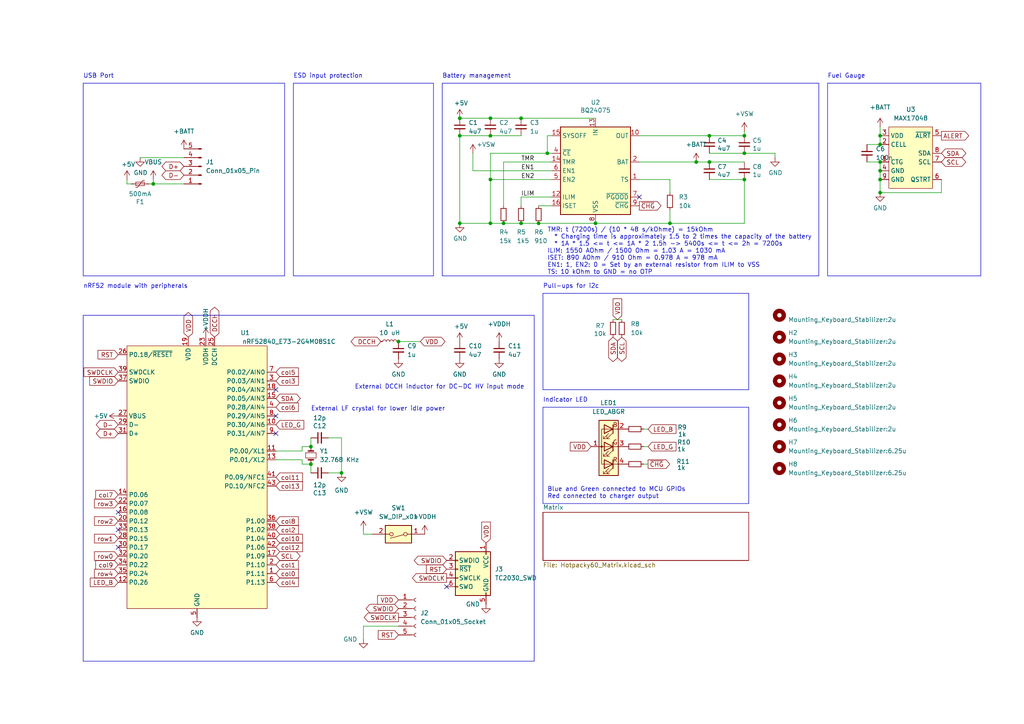
<source format=kicad_sch>
(kicad_sch (version 20250114) (generator "eeschema") (generator_version "9.0")
  (paper "A4")
  (lib_symbols
    (symbol "Battery_Management:BQ24075RGT"
      (property "Reference" "U" (at -8.89 13.97 0))
      (property "Value" "BQ24075RGT" (at 16.51 13.97 0))
      (symbol "BQ24075RGT_0_1"
        (rectangle (start -10.16 12.7) (end 10.16 -12.7) (stroke (width 0.254)) (fill (type background)))
      )
      (symbol "BQ24075RGT_1_1"
        (pin input line (at -12.7 10.16 0) (length 2.54) (name "SYSOFF") (number "15"))
        (pin input line (at -12.7 5.08 0) (length 2.54) (name "~{CE}") (number "4"))
        (pin input line (at -12.7 2.54 0) (length 2.54) (name "TMR") (number "14"))
        (pin input line (at -12.7 0 0) (length 2.54) (name "EN1") (number "6"))
        (pin input line (at -12.7 -2.54 0) (length 2.54) (name "EN2") (number "5"))
        (pin passive line (at -12.7 -7.62 0) (length 2.54) (name "ILIM") (number "12"))
        (pin passive line (at -12.7 -10.16 0) (length 2.54) (name "ISET") (number "16"))
        (pin power_in line (at 0 15.24 270) (length 2.54) (name "IN") (number "13"))
        (pin passive line (at 0 -15.24 90) (length 2.54) (hide yes) (name "VSS") (number "17"))
        (pin power_in line (at 0 -15.24 90) (length 2.54) (name "VSS") (number "8"))
        (pin power_out line (at 12.7 10.16 180) (length 2.54) (name "OUT") (number "10"))
        (pin passive line (at 12.7 10.16 180) (length 2.54) (hide yes) (name "OUT") (number "11"))
        (pin power_out line (at 12.7 2.54 180) (length 2.54) (name "BAT") (number "2"))
        (pin passive line (at 12.7 2.54 180) (length 2.54) (hide yes) (name "BAT") (number "3"))
        (pin passive line (at 12.7 -2.54 180) (length 2.54) (name "TS") (number "1"))
        (pin open_collector line (at 12.7 -7.62 180) (length 2.54) (name "~{PGOOD}") (number "7"))
        (pin open_collector line (at 12.7 -10.16 180) (length 2.54) (name "~{CHG}") (number "9"))
      )
    )
    (symbol "Connector:Conn_01x05_Pin" (pin_names (offset 1.016) (hide yes))
      (property "Reference" "J" (at 0 7.62 0))
      (property "Value" "Conn_01x05_Pin" (at 0 -7.62 0))
      (symbol "Conn_01x05_Pin_1_1"
        (rectangle (start 0.8636 5.207) (end 0 4.953) (stroke (width 0.1524)) (fill (type outline)))
        (rectangle (start 0.8636 2.667) (end 0 2.413) (stroke (width 0.1524)) (fill (type outline)))
        (rectangle (start 0.8636 0.127) (end 0 -0.127) (stroke (width 0.1524)) (fill (type outline)))
        (rectangle (start 0.8636 -2.413) (end 0 -2.667) (stroke (width 0.1524)) (fill (type outline)))
        (rectangle (start 0.8636 -4.953) (end 0 -5.207) (stroke (width 0.1524)) (fill (type outline)))
        (polyline (pts (xy 1.27 5.08) (xy 0.8636 5.08)) (stroke (width 0.1524)))
        (polyline (pts (xy 1.27 2.54) (xy 0.8636 2.54)) (stroke (width 0.1524)))
        (polyline (pts (xy 1.27 0) (xy 0.8636 0)) (stroke (width 0.1524)))
        (polyline (pts (xy 1.27 -2.54) (xy 0.8636 -2.54)) (stroke (width 0.1524)))
        (polyline (pts (xy 1.27 -5.08) (xy 0.8636 -5.08)) (stroke (width 0.1524)))
        (pin passive line (at 5.08 5.08 180) (length 3.81) (name "Pin_1") (number "1"))
        (pin passive line (at 5.08 2.54 180) (length 3.81) (name "Pin_2") (number "2"))
        (pin passive line (at 5.08 0 180) (length 3.81) (name "Pin_3") (number "3"))
        (pin passive line (at 5.08 -2.54 180) (length 3.81) (name "Pin_4") (number "4"))
        (pin passive line (at 5.08 -5.08 180) (length 3.81) (name "Pin_5") (number "5"))
      )
    )
    (symbol "Connector:Conn_01x05_Socket" (pin_names (offset 1.016) (hide yes))
      (property "Reference" "J" (at 0 7.62 0))
      (property "Value" "Conn_01x05_Socket" (at 0 -7.62 0))
      (symbol "Conn_01x05_Socket_1_1"
        (polyline (pts (xy -1.27 5.08) (xy -0.508 5.08)) (stroke (width 0.1524)))
        (polyline (pts (xy -1.27 2.54) (xy -0.508 2.54)) (stroke (width 0.1524)))
        (polyline (pts (xy -1.27 0) (xy -0.508 0)) (stroke (width 0.1524)))
        (polyline (pts (xy -1.27 -2.54) (xy -0.508 -2.54)) (stroke (width 0.1524)))
        (polyline (pts (xy -1.27 -5.08) (xy -0.508 -5.08)) (stroke (width 0.1524)))
        (arc (start 0 4.572) (mid -0.5058 5.08) (end 0 5.588) (stroke (width 0.1524)))
        (arc (start 0 2.032) (mid -0.5058 2.54) (end 0 3.048) (stroke (width 0.1524)))
        (arc (start 0 -0.508) (mid -0.5058 0) (end 0 0.508) (stroke (width 0.1524)))
        (arc (start 0 -3.048) (mid -0.5058 -2.54) (end 0 -2.032) (stroke (width 0.1524)))
        (arc (start 0 -5.588) (mid -0.5058 -5.08) (end 0 -4.572) (stroke (width 0.1524)))
        (pin passive line (at -5.08 5.08 0) (length 3.81) (name "Pin_1") (number "1"))
        (pin passive line (at -5.08 2.54 0) (length 3.81) (name "Pin_2") (number "2"))
        (pin passive line (at -5.08 0 0) (length 3.81) (name "Pin_3") (number "3"))
        (pin passive line (at -5.08 -2.54 0) (length 3.81) (name "Pin_4") (number "4"))
        (pin passive line (at -5.08 -5.08 0) (length 3.81) (name "Pin_5") (number "5"))
      )
    )
    (symbol "Device:C_Small" (pin_numbers (hide yes)) (pin_names (offset 0.254) (hide yes))
      (property "Reference" "C" (at 0.254 1.778 0))
      (property "Value" "C_Small" (at 0.254 -2.032 0))
      (symbol "C_Small_0_1"
        (polyline (pts (xy -1.524 0.508) (xy 1.524 0.508)) (stroke (width 0.3048)))
        (polyline (pts (xy -1.524 -0.508) (xy 1.524 -0.508)) (stroke (width 0.3302)))
      )
      (symbol "C_Small_1_1"
        (pin passive line (at 0 2.54 270) (length 2.032) (name "~") (number "1"))
        (pin passive line (at 0 -2.54 90) (length 2.032) (name "~") (number "2"))
      )
    )
    (symbol "Device:Crystal_Small" (pin_numbers (hide yes)) (pin_names (offset 1.016) (hide yes))
      (property "Reference" "Y" (at 0 2.54 0))
      (property "Value" "Crystal_Small" (at 0 -2.54 0))
      (symbol "Crystal_Small_0_1"
        (polyline (pts (xy -1.27 -0.762) (xy -1.27 0.762)) (stroke (width 0.381)))
        (rectangle (start -0.762 -1.524) (end 0.762 1.524))
        (polyline (pts (xy 1.27 -0.762) (xy 1.27 0.762)) (stroke (width 0.381)))
      )
      (symbol "Crystal_Small_1_1"
        (pin passive line (at -2.54 0 0) (length 1.27) (name "1") (number "1"))
        (pin passive line (at 2.54 0 180) (length 1.27) (name "2") (number "2"))
      )
    )
    (symbol "Device:LED_ABGR" (pin_names (offset 0) (hide yes))
      (property "Reference" "D" (at 0 9.398 0))
      (property "Value" "LED_ABGR" (at 0 -8.89 0))
      (symbol "LED_ABGR_0_0"
        (text "R" (at -1.905 3.81 0) (effects (font (size 1.27 1.27))))
        (text "G" (at -1.905 -1.27 0) (effects (font (size 1.27 1.27))))
        (text "B" (at -1.905 -6.35 0) (effects (font (size 1.27 1.27))))
      )
      (symbol "LED_ABGR_0_1"
        (polyline (pts (xy -1.27 6.35) (xy -1.27 3.81)) (stroke (width 0.254)))
        (polyline (pts (xy -1.27 6.35) (xy -1.27 3.81) (xy -1.27 3.81)))
        (polyline (pts (xy -1.27 5.08) (xy -2.54 5.08)))
        (polyline (pts (xy -1.27 5.08) (xy 1.27 5.08)))
        (polyline (pts (xy -1.27 1.27) (xy -1.27 -1.27)) (stroke (width 0.254)))
        (polyline (pts (xy -1.27 1.27) (xy -1.27 -1.27) (xy -1.27 -1.27)))
        (polyline (pts (xy -1.27 0) (xy -2.54 0)))
        (polyline (pts (xy -1.27 -3.81) (xy -1.27 -6.35)) (stroke (width 0.254)))
        (polyline (pts (xy -1.27 -5.08) (xy -2.54 -5.08)))
        (polyline (pts (xy -1.27 -5.08) (xy 1.27 -5.08)))
        (polyline (pts (xy -1.016 6.35) (xy 0.508 7.874) (xy -0.254 7.874) (xy 0.508 7.874) (xy 0.508 7.112)))
        (polyline (pts (xy -1.016 1.27) (xy 0.508 2.794) (xy -0.254 2.794) (xy 0.508 2.794) (xy 0.508 2.032)))
        (polyline (pts (xy -1.016 -3.81) (xy 0.508 -2.286) (xy -0.254 -2.286) (xy 0.508 -2.286) (xy 0.508 -3.048)))
        (polyline (pts (xy 0 6.35) (xy 1.524 7.874) (xy 0.762 7.874) (xy 1.524 7.874) (xy 1.524 7.112)))
        (polyline (pts (xy 0 1.27) (xy 1.524 2.794) (xy 0.762 2.794) (xy 1.524 2.794) (xy 1.524 2.032)))
        (polyline (pts (xy 0 -3.81) (xy 1.524 -2.286) (xy 0.762 -2.286) (xy 1.524 -2.286) (xy 1.524 -3.048)))
        (polyline (pts (xy 1.27 6.35) (xy 1.27 3.81) (xy -1.27 5.08) (xy 1.27 6.35)) (stroke (width 0.254)))
        (rectangle (start 1.27 6.35) (end 1.27 6.35))
        (rectangle (start 1.27 3.81) (end 1.27 6.35))
        (polyline (pts (xy 1.27 1.27) (xy 1.27 -1.27) (xy -1.27 0) (xy 1.27 1.27)) (stroke (width 0.254)))
        (rectangle (start 1.27 1.27) (end 1.27 1.27))
        (polyline (pts (xy 1.27 0) (xy -1.27 0)))
        (polyline (pts (xy 1.27 0) (xy 2.54 0)))
        (rectangle (start 1.27 -1.27) (end 1.27 1.27))
        (polyline (pts (xy 1.27 -3.81) (xy 1.27 -6.35) (xy -1.27 -5.08) (xy 1.27 -3.81)) (stroke (width 0.254)))
        (polyline (pts (xy 1.27 -5.08) (xy 2.032 -5.08) (xy 2.032 5.08) (xy 1.27 5.08)))
        (circle (center 2.032 0) (radius 0.254) (fill (type outline)))
        (rectangle (start 2.794 8.382) (end -2.794 -7.62) (stroke (width 0.254)) (fill (type background)))
      )
      (symbol "LED_ABGR_1_1"
        (pin passive line (at -5.08 5.08 0) (length 2.54) (name "RK") (number "4"))
        (pin passive line (at -5.08 0 0) (length 2.54) (name "GK") (number "3"))
        (pin passive line (at -5.08 -5.08 0) (length 2.54) (name "BK") (number "2"))
        (pin passive line (at 5.08 0 180) (length 2.54) (name "A") (number "1"))
      )
    )
    (symbol "Device:L_Small" (pin_numbers (hide yes)) (pin_names (offset 0.254) (hide yes))
      (property "Reference" "L" (at 0.762 1.016 0))
      (property "Value" "L_Small" (at 0.762 -1.016 0))
      (symbol "L_Small_0_1"
        (arc (start 0 2.032) (mid 0.5058 1.524) (end 0 1.016))
        (arc (start 0 1.016) (mid 0.5058 0.508) (end 0 0))
        (arc (start 0 0) (mid 0.5058 -0.508) (end 0 -1.016))
        (arc (start 0 -1.016) (mid 0.5058 -1.524) (end 0 -2.032))
      )
      (symbol "L_Small_1_1"
        (pin passive line (at 0 2.54 270) (length 0.508) (name "~") (number "1"))
        (pin passive line (at 0 -2.54 90) (length 0.508) (name "~") (number "2"))
      )
    )
    (symbol "Device:Polyfuse_Small" (pin_numbers (hide yes)) (pin_names (offset 0))
      (property "Reference" "F" (at -1.905 0 90))
      (property "Value" "Polyfuse_Small" (at 1.905 0 90))
      (symbol "Polyfuse_Small_0_1"
        (polyline (pts (xy -1.016 1.27) (xy -1.016 0.762) (xy 1.016 -0.762) (xy 1.016 -1.27)))
        (rectangle (start -0.508 1.27) (end 0.508 -1.27))
        (polyline (pts (xy 0 2.54) (xy 0 -2.54)))
      )
      (symbol "Polyfuse_Small_1_1"
        (pin passive line (at 0 2.54 270) (length 0.635) (name "~") (number "1"))
        (pin passive line (at 0 -2.54 90) (length 0.635) (name "~") (number "2"))
      )
    )
    (symbol "Device:R_Small" (pin_numbers (hide yes)) (pin_names (offset 0.254) (hide yes))
      (property "Reference" "R" (at 0.762 0.508 0))
      (property "Value" "R_Small" (at 0.762 -1.016 0))
      (symbol "R_Small_0_1"
        (rectangle (start -0.762 1.778) (end 0.762 -1.778) (stroke (width 0.2032)))
      )
      (symbol "R_Small_1_1"
        (pin passive line (at 0 2.54 270) (length 0.762) (name "~") (number "1"))
        (pin passive line (at 0 -2.54 90) (length 0.762) (name "~") (number "2"))
      )
    )
    (symbol "Mechanical:MountingHole" (pin_names (offset 1.016))
      (property "Reference" "H" (at 0 5.08 0))
      (property "Value" "MountingHole" (at 0 3.175 0))
      (symbol "MountingHole_0_1"
        (circle (center 0 0) (radius 1.27) (stroke (width 1.27)))
      )
    )
    (symbol "PCM_marbastlib-various:TC2030_SWD" (pin_names (offset 1.016))
      (property "Reference" "J" (at -3.81 -6.35 0))
      (property "Value" "TC2030_SWD" (at -10.16 8.89 0))
      (symbol "TC2030_SWD_0_1"
        (rectangle (start -3.81 7.62) (end 6.35 -5.08) (stroke (width 0.254)) (fill (type background)))
        (rectangle (start -3.048 4.953) (end -3.81 5.207))
        (rectangle (start -3.048 2.413) (end -3.81 2.667))
        (rectangle (start -3.048 -0.127) (end -3.81 0.127))
        (rectangle (start -3.048 -2.667) (end -3.81 -2.413))
        (rectangle (start 4.953 6.858) (end 5.207 7.62))
        (rectangle (start 4.953 -5.08) (end 5.207 -4.318))
      )
      (symbol "TC2030_SWD_1_1"
        (pin passive line (at -6.35 5.08 0) (length 2.54) (name "SWDIO") (number "2"))
        (pin passive line (at -6.35 2.54 0) (length 2.54) (name "~{RST}") (number "3"))
        (pin passive line (at -6.35 0 0) (length 2.54) (name "SWCLK") (number "4"))
        (pin passive line (at -6.35 -2.54 0) (length 2.54) (name "SWO") (number "6"))
        (pin passive line (at 5.08 10.16 270) (length 2.54) (name "VCC") (number "1"))
        (pin passive line (at 5.08 -7.62 90) (length 2.54) (name "GND") (number "5"))
      )
    )
    (symbol "PCM_marbastlib-various:nRF52840_E73-2G4M08S1C"
      (property "Reference" "U" (at 13.97 41.91 0))
      (property "Value" "nRF52840_E73-2G4M08S1C" (at 26.67 39.37 0))
      (symbol "nRF52840_E73-2G4M08S1C_0_0"
        (pin power_in line (at -22.86 30.48 0) (length 2.54) (name "SWDCLK") (number "39"))
        (pin bidirectional line (at -22.86 27.94 0) (length 2.54) (name "SWDIO") (number "37"))
        (pin input line (at -22.86 17.78 0) (length 2.54) (name "VBUS") (number "27"))
        (pin bidirectional line (at -22.86 15.24 0) (length 2.54) (name "D-") (number "29"))
        (pin bidirectional line (at -22.86 12.7 0) (length 2.54) (name "D+") (number "31"))
        (pin bidirectional line (at -22.86 -5.08 0) (length 2.54) (name "P0.06") (number "14"))
        (pin bidirectional line (at -22.86 -7.62 0) (length 2.54) (name "P0.07") (number "22"))
        (pin bidirectional line (at -22.86 -10.16 0) (length 2.54) (name "P0.08") (number "16"))
        (pin bidirectional line (at -22.86 -12.7 0) (length 2.54) (name "P0.12") (number "20"))
        (pin bidirectional line (at -22.86 -15.24 0) (length 2.54) (name "P0.13") (number "33"))
        (pin bidirectional line (at -22.86 -17.78 0) (length 2.54) (name "P0.15") (number "28"))
        (pin bidirectional line (at -22.86 -20.32 0) (length 2.54) (name "P0.17") (number "30"))
        (pin bidirectional line (at -22.86 -22.86 0) (length 2.54) (name "P0.20") (number "32"))
        (pin bidirectional line (at -22.86 -25.4 0) (length 2.54) (name "P0.22") (number "34"))
        (pin bidirectional line (at -22.86 -27.94 0) (length 2.54) (name "P0.24") (number "35"))
        (pin bidirectional line (at -22.86 -30.48 0) (length 2.54) (name "P0.26") (number "12"))
        (pin bidirectional line (at -2.54 40.64 270) (length 2.54) (name "VDD") (number "19"))
        (pin bidirectional line (at 2.54 40.64 270) (length 2.54) (name "VDDH") (number "23"))
        (pin bidirectional line (at 5.08 40.64 270) (length 2.54) (name "DCCH") (number "25"))
        (pin bidirectional line (at 22.86 30.48 180) (length 2.54) (name "P0.02/AIN0") (number "7"))
        (pin bidirectional line (at 22.86 27.94 180) (length 2.54) (name "P0.03/AIN1") (number "3"))
        (pin bidirectional line (at 22.86 25.4 180) (length 2.54) (name "P0.04/AIN2") (number "18"))
        (pin bidirectional line (at 22.86 22.86 180) (length 2.54) (name "P0.05/AIN3") (number "15"))
        (pin bidirectional line (at 22.86 20.32 180) (length 2.54) (name "P0.28/AIN4") (number "4"))
        (pin bidirectional line (at 22.86 17.78 180) (length 2.54) (name "P0.29/AIN5") (number "8"))
        (pin power_in line (at 22.86 15.24 180) (length 2.54) (name "P0.30/AIN6") (number "10"))
        (pin power_in line (at 22.86 12.7 180) (length 2.54) (name "P0.31/AIN7") (number "9"))
        (pin bidirectional line (at 22.86 7.62 180) (length 2.54) (name "P0.00/XL1") (number "11"))
        (pin bidirectional line (at 22.86 5.08 180) (length 2.54) (name "P0.01/XL2") (number "13"))
        (pin bidirectional line (at 22.86 0 180) (length 2.54) (name "P0.09/NFC1") (number "41"))
        (pin power_in line (at 22.86 -2.54 180) (length 2.54) (name "P0.10/NFC2") (number "43"))
        (pin bidirectional line (at 22.86 -12.7 180) (length 2.54) (name "P1.00") (number "36"))
        (pin bidirectional line (at 22.86 -15.24 180) (length 2.54) (name "P1.02") (number "38"))
        (pin bidirectional line (at 22.86 -17.78 180) (length 2.54) (name "P1.04") (number "40"))
        (pin power_in line (at 22.86 -20.32 180) (length 2.54) (name "P1.06") (number "42"))
        (pin bidirectional line (at 22.86 -22.86 180) (length 2.54) (name "P1.09") (number "17"))
        (pin bidirectional line (at 22.86 -25.4 180) (length 2.54) (name "P1.10") (number "2"))
        (pin bidirectional line (at 22.86 -27.94 180) (length 2.54) (name "P1.11") (number "1"))
        (pin bidirectional line (at 22.86 -30.48 180) (length 2.54) (name "P1.13") (number "6"))
      )
      (symbol "nRF52840_E73-2G4M08S1C_0_1"
        (rectangle (start -20.32 38.1) (end 20.32 -38.1) (stroke (width 0.1524)) (fill (type background)))
      )
      (symbol "nRF52840_E73-2G4M08S1C_1_0"
        (pin bidirectional line (at -22.86 35.56 0) (length 2.54) (name "P0.18/~{RESET}") (number "26"))
        (pin passive line (at 0 -40.64 90) (length 2.54) (hide yes) (name "GND") (number "21"))
        (pin passive line (at 0 -40.64 90) (length 2.54) (hide yes) (name "GND") (number "24"))
        (pin power_in line (at 0 -40.64 90) (length 2.54) (name "GND") (number "5"))
      )
    )
    (symbol "Switch:SW_DIP_x01" (pin_names (offset 0) (hide yes))
      (property "Reference" "SW" (at 0 3.81 0))
      (property "Value" "SW_DIP_x01" (at 0 -3.81 0))
      (symbol "SW_DIP_x01_0_0"
        (circle (center -2.032 0) (radius 0.508))
        (polyline (pts (xy -1.524 0.127) (xy 2.3622 1.1684)))
        (circle (center 2.032 0) (radius 0.508))
      )
      (symbol "SW_DIP_x01_0_1"
        (rectangle (start -3.81 2.54) (end 3.81 -2.54) (stroke (width 0.254)) (fill (type background)))
      )
      (symbol "SW_DIP_x01_1_1"
        (pin passive line (at -7.62 0 0) (length 5.08) (name "~") (number "1"))
        (pin passive line (at 7.62 0 180) (length 5.08) (name "~") (number "2"))
      )
    )
    (symbol "marbastlib-various:MAX17048"
      (property "Reference" "U" (at 0 10.16 0))
      (property "Value" "MAX17048" (at 0 -10.16 0))
      (symbol "MAX17048_0_0"
        (pin power_in line (at -8.89 6.35 0) (length 2.54) (name "VDD") (number "3"))
        (pin power_in line (at -8.89 3.81 0) (length 2.54) (name "CELL") (number "2"))
        (pin power_in line (at -8.89 -1.27 0) (length 2.54) (name "CTG") (number "1"))
        (pin power_in line (at -8.89 -3.81 0) (length 2.54) (name "GND") (number "4"))
        (pin power_in line (at -8.89 -6.35 0) (length 2.54) (name "GND") (number "9"))
        (pin open_collector line (at 8.89 6.35 180) (length 2.54) (name "~{ALRT}") (number "5"))
        (pin bidirectional line (at 8.89 1.27 180) (length 2.54) (name "SDA") (number "8"))
        (pin bidirectional line (at 8.89 -1.27 180) (length 2.54) (name "SCL") (number "7"))
        (pin input line (at 8.89 -6.35 180) (length 2.54) (name "QSTRT") (number "6"))
      )
      (symbol "MAX17048_0_1"
        (rectangle (start -6.35 8.89) (end 6.35 -8.89) (stroke (width 0.1524)) (fill (type background)))
      )
    )
    (symbol "power:+5V" (power) (pin_names (offset 0))
      (property "Value" "+5V" (at 0 3.556 0))
      (symbol "+5V_0_1"
        (polyline (pts (xy -0.762 1.27) (xy 0 2.54)))
        (polyline (pts (xy 0 2.54) (xy 0.762 1.27)))
        (polyline (pts (xy 0 0) (xy 0 2.54)))
      )
      (symbol "+5V_1_1"
        (pin power_in line (at 0 0 90) (length 0) (hide yes) (name "+5V") (number "1"))
      )
    )
    (symbol "power:+BATT" (power) (pin_names (offset 0))
      (property "Value" "+BATT" (at 0 3.556 0))
      (symbol "+BATT_0_1"
        (polyline (pts (xy -0.762 1.27) (xy 0 2.54)))
        (polyline (pts (xy 0 2.54) (xy 0.762 1.27)))
        (polyline (pts (xy 0 0) (xy 0 2.54)))
      )
      (symbol "+BATT_1_1"
        (pin power_in line (at 0 0 90) (length 0) (hide yes) (name "+BATT") (number "1"))
      )
    )
    (symbol "power:+VSW" (power) (pin_names (offset 0))
      (property "Value" "+VSW" (at 0 3.556 0))
      (symbol "+VSW_0_1"
        (polyline (pts (xy -0.762 1.27) (xy 0 2.54)))
        (polyline (pts (xy 0 2.54) (xy 0.762 1.27)))
        (polyline (pts (xy 0 0) (xy 0 2.54)))
      )
      (symbol "+VSW_1_1"
        (pin power_in line (at 0 0 90) (length 0) (hide yes) (name "+VSW") (number "1"))
      )
    )
    (symbol "power:GND" (power) (pin_names (offset 0))
      (property "Value" "GND" (at 0 -3.81 0))
      (symbol "GND_0_1"
        (polyline (pts (xy 0 0) (xy 0 -1.27) (xy 1.27 -1.27) (xy 0 -2.54) (xy -1.27 -1.27) (xy 0 -1.27)))
      )
      (symbol "GND_1_1"
        (pin power_in line (at 0 0 270) (length 0) (hide yes) (name "GND") (number "1"))
      )
    )
    (symbol "power:VBUS" (power) (pin_names (offset 0))
      (property "Value" "VBUS" (at 0 3.81 0))
      (symbol "VBUS_0_1"
        (polyline (pts (xy -0.762 1.27) (xy 0 2.54)))
        (polyline (pts (xy 0 2.54) (xy 0.762 1.27)))
        (polyline (pts (xy 0 0) (xy 0 2.54)))
      )
      (symbol "VBUS_1_1"
        (pin power_in line (at 0 0 90) (length 0) (hide yes) (name "VBUS") (number "1"))
      )
    )
  )
  (rectangle (start 85.09 24.13) (end 125.73 80.01))
  (rectangle (start 157.48 118.11) (end 217.17 146.05))
  (rectangle (start 157.48 85.09) (end 217.17 113.03))
  (rectangle (start 240.03 24.13) (end 284.48 80.01))
  (rectangle (start 24.13 91.44) (end 154.94 191.77))
  (rectangle (start 24.13 24.13) (end 82.55 80.01))
  (rectangle (start 128.27 24.13) (end 237.49 80.01))
  (text "Blue and Green connected to MCU GPIOs\nRed connected to charger output" (at 158.75 144.78 0) (effects (font (size 1.27 1.27)) (justify left bottom)))
  (text "Fuel Gauge" (at 240.03 22.86 0) (effects (font (size 1.27 1.27)) (justify left bottom)))
  (text "USB Port" (at 24.13 22.86 0) (effects (font (size 1.27 1.27)) (justify left bottom)))
  (text "TMR: t (7200s) / (10 * 48 s/kOhme) = 15kOhm\n  * Charging time is approximately 1.5 to 2 times the capacity of the battery\n  * 1A * 1.5 <= t <= 1A * 2 1.5h -> 5400s <= t <= 2h = 7200s\nILIM: 1550 AOhm / 1500 Ohm = 1.03 A = 1030 mA\nISET: 890 AOhm / 910 Ohm = 0.978 A = 978 mA\nEN1: 1, EN2: 0 = Set by an external resistor from ILIM to VSS\nTS: 10 kOhm to GND = no OTP" (at 158.75 79.756 0) (effects (font (size 1.27 1.27)) (justify left bottom)))
  (text "External DCCH inductor for DC-DC HV input mode" (at 102.87 113.03 0) (effects (font (size 1.27 1.27)) (justify left bottom)))
  (text "Indicator LED" (at 157.48 116.84 0) (effects (font (size 1.27 1.27)) (justify left bottom)))
  (text "External LF crystal for lower idle power" (at 90.17 119.38 0) (effects (font (size 1.27 1.27)) (justify left bottom)))
  (text "Pull-ups for i2c" (at 157.48 83.82 0) (effects (font (size 1.27 1.27)) (justify left bottom)))
  (text "ESD input protection" (at 85.09 22.86 0) (effects (font (size 1.27 1.27)) (justify left bottom)))
  (text "nRF52 module with peripherals" (at 24.13 83.82 0) (effects (font (size 1.27 1.27)) (justify left bottom)))
  (text "Battery management" (at 128.27 22.86 0) (effects (font (size 1.27 1.27)) (justify left bottom)))
  (junction (at 255.27 41.91))
  (junction (at 201.93 46.99))
  (junction (at 142.24 34.29))
  (junction (at 255.27 55.88))
  (junction (at 151.13 64.77) (diameter 0.9144))
  (junction (at 115.57 99.06))
  (junction (at 215.9 39.37))
  (junction (at 142.24 64.77) (diameter 0.9144))
  (junction (at 205.74 46.99) (diameter 0.9144))
  (junction (at 142.24 39.37))
  (junction (at 255.27 49.53))
  (junction (at 255.27 39.37))
  (junction (at 90.17 134.62))
  (junction (at 172.72 64.77) (diameter 0.9144))
  (junction (at 156.21 64.77) (diameter 0.9144))
  (junction (at 44.45 53.34))
  (junction (at 255.27 52.07))
  (junction (at 205.74 39.37) (diameter 0.9144))
  (junction (at 133.35 39.37))
  (junction (at 99.06 137.16))
  (junction (at 133.35 64.77) (diameter 0.9144))
  (junction (at 151.13 34.29))
  (junction (at 90.17 129.54))
  (junction (at 215.9 44.45) (diameter 0.9144))
  (junction (at 255.27 46.99))
  (junction (at 142.24 52.07) (diameter 0.9144))
  (junction (at 215.9 52.07) (diameter 0.9144))
  (junction (at 158.75 44.45))
  (junction (at 194.31 64.77))
  (junction (at 146.05 64.77) (diameter 0.9144))
  (junction (at 133.35 34.29))
  (no_connect (at 34.29 158.75))
  (no_connect (at 34.29 148.59))
  (no_connect (at 80.01 120.65))
  (no_connect (at 185.42 57.15))
  (no_connect (at 80.01 113.03))
  (no_connect (at 80.01 125.73))
  (no_connect (at 129.54 170.18))
  (no_connect (at 34.29 153.67))
  (wire (pts (xy 156.21 64.77) (xy 172.72 64.77)))
  (wire (pts (xy 205.74 39.37) (xy 215.9 39.37)))
  (wire (pts (xy 95.25 127) (xy 99.06 127)))
  (wire (pts (xy 215.9 38.1) (xy 215.9 39.37)))
  (wire (pts (xy 255.27 52.07) (xy 255.27 55.88)))
  (wire (pts (xy 251.46 46.99) (xy 255.27 46.99)))
  (wire (pts (xy 87.63 130.81) (xy 87.63 129.54)))
  (wire (pts (xy 255.27 36.83) (xy 255.27 39.37)))
  (wire (pts (xy 251.46 41.91) (xy 255.27 41.91)))
  (wire (pts (xy 224.79 45.72) (xy 224.79 44.45)))
  (wire (pts (xy 142.24 64.77) (xy 146.05 64.77)))
  (wire (pts (xy 146.05 46.99) (xy 160.02 46.99)))
  (wire (pts (xy 273.05 52.07) (xy 273.05 55.88)))
  (wire (pts (xy 142.24 34.29) (xy 151.13 34.29)))
  (wire (pts (xy 194.31 60.96) (xy 194.31 64.77)))
  (wire (pts (xy 151.13 57.15) (xy 160.02 57.15)))
  (wire (pts (xy 185.42 52.07) (xy 194.31 52.07)))
  (wire (pts (xy 53.34 53.34) (xy 44.45 53.34)))
  (wire (pts (xy 137.16 49.53) (xy 160.02 49.53)))
  (wire (pts (xy 146.05 46.99) (xy 146.05 59.69)))
  (wire (pts (xy 107.95 154.94) (xy 105.41 154.94)))
  (wire (pts (xy 115.57 181.61) (xy 105.41 181.61)))
  (wire (pts (xy 133.35 34.29) (xy 142.24 34.29)))
  (wire (pts (xy 205.74 52.07) (xy 215.9 52.07)))
  (wire (pts (xy 158.75 39.37) (xy 158.75 44.45)))
  (wire (pts (xy 201.93 46.99) (xy 205.74 46.99)))
  (wire (pts (xy 273.05 55.88) (xy 255.27 55.88)))
  (wire (pts (xy 133.35 64.77) (xy 133.35 39.37)))
  (wire (pts (xy 151.13 64.77) (xy 156.21 64.77)))
  (wire (pts (xy 158.75 39.37) (xy 160.02 39.37)))
  (wire (pts (xy 146.05 64.77) (xy 151.13 64.77)))
  (wire (pts (xy 142.24 44.45) (xy 158.75 44.45)))
  (wire (pts (xy 105.41 181.61) (xy 105.41 185.42)))
  (wire (pts (xy 99.06 127) (xy 99.06 137.16)))
  (wire (pts (xy 115.57 99.06) (xy 121.92 99.06)))
  (wire (pts (xy 133.35 64.77) (xy 142.24 64.77)))
  (wire (pts (xy 156.21 59.69) (xy 160.02 59.69)))
  (wire (pts (xy 95.25 137.16) (xy 99.06 137.16)))
  (wire (pts (xy 142.24 39.37) (xy 151.13 39.37)))
  (wire (pts (xy 185.42 46.99) (xy 201.93 46.99)))
  (wire (pts (xy 80.01 133.35) (xy 87.63 133.35)))
  (wire (pts (xy 255.27 49.53) (xy 255.27 52.07)))
  (wire (pts (xy 43.18 53.34) (xy 44.45 53.34)))
  (wire (pts (xy 80.01 130.81) (xy 87.63 130.81)))
  (wire (pts (xy 151.13 57.15) (xy 151.13 59.69)))
  (wire (pts (xy 142.24 52.07) (xy 160.02 52.07)))
  (wire (pts (xy 186.69 134.62) (xy 187.96 134.62)))
  (wire (pts (xy 205.74 44.45) (xy 215.9 44.45)))
  (wire (pts (xy 151.13 34.29) (xy 172.72 34.29)))
  (wire (pts (xy 137.16 49.53) (xy 137.16 44.45)))
  (wire (pts (xy 142.24 44.45) (xy 142.24 52.07)))
  (wire (pts (xy 224.79 44.45) (xy 215.9 44.45)))
  (wire (pts (xy 177.8 92.71) (xy 180.34 92.71)))
  (wire (pts (xy 142.24 52.07) (xy 142.24 64.77)))
  (wire (pts (xy 255.27 39.37) (xy 255.27 41.91)))
  (wire (pts (xy 172.72 64.77) (xy 194.31 64.77)))
  (wire (pts (xy 194.31 55.88) (xy 194.31 52.07)))
  (wire (pts (xy 44.45 52.07) (xy 44.45 53.34)))
  (wire (pts (xy 215.9 64.77) (xy 215.9 52.07)))
  (wire (pts (xy 186.69 124.46) (xy 187.96 124.46)))
  (wire (pts (xy 87.63 129.54) (xy 90.17 129.54)))
  (wire (pts (xy 186.69 129.54) (xy 187.96 129.54)))
  (wire (pts (xy 194.31 64.77) (xy 215.9 64.77)))
  (wire (pts (xy 255.27 46.99) (xy 255.27 49.53)))
  (wire (pts (xy 158.75 44.45) (xy 160.02 44.45)))
  (wire (pts (xy 36.83 53.34) (xy 38.1 53.34)))
  (wire (pts (xy 40.64 45.72) (xy 53.34 45.72)))
  (wire (pts (xy 87.63 133.35) (xy 87.63 134.62)))
  (wire (pts (xy 133.35 39.37) (xy 142.24 39.37)))
  (wire (pts (xy 185.42 39.37) (xy 205.74 39.37)))
  (wire (pts (xy 205.74 46.99) (xy 215.9 46.99)))
  (wire (pts (xy 90.17 134.62) (xy 90.17 137.16)))
  (wire (pts (xy 90.17 127) (xy 90.17 129.54)))
  (wire (pts (xy 105.41 154.94) (xy 105.41 153.67)))
  (wire (pts (xy 87.63 134.62) (xy 90.17 134.62)))
  (wire (pts (xy 36.83 52.07) (xy 36.83 53.34)))
  (label "ILIM" (at 151.13 57.15 0))
  (label "EN1" (at 151.13 49.53 0))
  (label "TMR" (at 151.13 46.99 0))
  (label "EN2" (at 151.13 52.07 0))
  (global_label "LED_G" (shape input) (at 80.01 123.19 0) (property "Intersheetrefs" "${INTERSHEET_REFS}" (effects (hide yes))))
  (global_label "VDD" (shape bidirectional) (at 121.92 99.06 0) (property "Intersheetrefs" "${INTERSHEET_REFS}" (effects (hide yes))))
  (global_label "col10" (shape input) (at 80.01 156.21 0) (property "Intersheetrefs" "${INTERSHEET_REFS}" (effects (hide yes))))
  (global_label "col8" (shape input) (at 80.01 151.13 0) (property "Intersheetrefs" "${INTERSHEET_REFS}" (effects (hide yes))))
  (global_label "col3" (shape input) (at 80.01 110.49 0) (property "Intersheetrefs" "${INTERSHEET_REFS}" (effects (hide yes))))
  (global_label "SDA" (shape bidirectional) (at 177.8 97.79 270) (property "Intersheetrefs" "${INTERSHEET_REFS}" (effects (hide yes))))
  (global_label "D+" (shape bidirectional) (at 34.29 125.73 180) (property "Intersheetrefs" "${INTERSHEET_REFS}" (effects (hide yes))))
  (global_label "VDD" (shape input) (at 140.97 157.48 90) (property "Intersheetrefs" "${INTERSHEET_REFS}" (effects (hide yes))))
  (global_label "VDD" (shape input) (at 115.57 173.99 180) (property "Intersheetrefs" "${INTERSHEET_REFS}" (effects (hide yes))))
  (global_label "SWDIO" (shape input) (at 34.29 110.49 180) (property "Intersheetrefs" "${INTERSHEET_REFS}" (effects (hide yes))))
  (global_label "col9" (shape input) (at 34.29 163.83 180) (property "Intersheetrefs" "${INTERSHEET_REFS}" (effects (hide yes))))
  (global_label "DCCH" (shape bidirectional) (at 62.23 97.79 90) (property "Intersheetrefs" "${INTERSHEET_REFS}" (effects (hide yes))))
  (global_label "RST" (shape input) (at 34.29 102.87 180) (property "Intersheetrefs" "${INTERSHEET_REFS}" (effects (hide yes))))
  (global_label "col0" (shape input) (at 80.01 166.37 0) (property "Intersheetrefs" "${INTERSHEET_REFS}" (effects (hide yes))))
  (global_label "col12" (shape input) (at 80.01 158.75 0) (property "Intersheetrefs" "${INTERSHEET_REFS}" (effects (hide yes))))
  (global_label "LED_B" (shape input) (at 34.29 168.91 180) (property "Intersheetrefs" "${INTERSHEET_REFS}" (effects (hide yes))))
  (global_label "SDA" (shape bidirectional) (at 273.05 44.45 0) (property "Intersheetrefs" "${INTERSHEET_REFS}" (effects (hide yes))))
  (global_label "col4" (shape input) (at 80.01 168.91 0) (property "Intersheetrefs" "${INTERSHEET_REFS}" (effects (hide yes))))
  (global_label "SCL" (shape bidirectional) (at 80.01 161.29 0) (property "Intersheetrefs" "${INTERSHEET_REFS}" (effects (hide yes))))
  (global_label "SWDCLK" (shape output) (at 115.57 179.07 180) (property "Intersheetrefs" "${INTERSHEET_REFS}" (effects (hide yes))))
  (global_label "~{CHG}" (shape output) (at 185.42 59.69 0) (property "Intersheetrefs" "${INTERSHEET_REFS}" (effects (hide yes))))
  (global_label "col13" (shape input) (at 80.01 140.97 0) (property "Intersheetrefs" "${INTERSHEET_REFS}" (effects (hide yes))))
  (global_label "row1" (shape input) (at 34.29 156.21 180) (property "Intersheetrefs" "${INTERSHEET_REFS}" (effects (hide yes))))
  (global_label "row0" (shape input) (at 34.29 161.29 180) (property "Intersheetrefs" "${INTERSHEET_REFS}" (effects (hide yes))))
  (global_label "RST" (shape input) (at 115.57 184.15 180) (property "Intersheetrefs" "${INTERSHEET_REFS}" (effects (hide yes))))
  (global_label "VDD" (shape input) (at 171.45 129.54 180) (property "Intersheetrefs" "${INTERSHEET_REFS}" (effects (hide yes))))
  (global_label "~{CHG}" (shape output) (at 187.96 134.62 0) (property "Intersheetrefs" "${INTERSHEET_REFS}" (effects (hide yes))))
  (global_label "VDD" (shape bidirectional) (at 54.61 97.79 90) (property "Intersheetrefs" "${INTERSHEET_REFS}" (effects (hide yes))))
  (global_label "SWDIO" (shape bidirectional) (at 129.54 162.56 180) (property "Intersheetrefs" "${INTERSHEET_REFS}" (effects (hide yes))))
  (global_label "col1" (shape input) (at 80.01 163.83 0) (property "Intersheetrefs" "${INTERSHEET_REFS}" (effects (hide yes))))
  (global_label "D+" (shape bidirectional) (at 53.34 48.26 180) (property "Intersheetrefs" "${INTERSHEET_REFS}" (effects (hide yes))))
  (global_label "row3" (shape input) (at 34.29 146.05 180) (property "Intersheetrefs" "${INTERSHEET_REFS}" (effects (hide yes))))
  (global_label "DCCH" (shape bidirectional) (at 110.49 99.06 180) (property "Intersheetrefs" "${INTERSHEET_REFS}" (effects (hide yes))))
  (global_label "LED_G" (shape input) (at 187.96 129.54 0) (property "Intersheetrefs" "${INTERSHEET_REFS}" (effects (hide yes))))
  (global_label "D-" (shape bidirectional) (at 53.34 50.8 180) (property "Intersheetrefs" "${INTERSHEET_REFS}" (effects (hide yes))))
  (global_label "col5" (shape input) (at 80.01 107.95 0) (property "Intersheetrefs" "${INTERSHEET_REFS}" (effects (hide yes))))
  (global_label "SWDIO" (shape bidirectional) (at 115.57 176.53 180) (property "Intersheetrefs" "${INTERSHEET_REFS}" (effects (hide yes))))
  (global_label "ALERT" (shape output) (at 273.05 39.37 0) (property "Intersheetrefs" "${INTERSHEET_REFS}" (effects (hide yes))))
  (global_label "LED_B" (shape input) (at 187.96 124.46 0) (property "Intersheetrefs" "${INTERSHEET_REFS}" (effects (hide yes))))
  (global_label "row2" (shape input) (at 34.29 151.13 180) (property "Intersheetrefs" "${INTERSHEET_REFS}" (effects (hide yes))))
  (global_label "D-" (shape bidirectional) (at 34.29 123.19 180) (property "Intersheetrefs" "${INTERSHEET_REFS}" (effects (hide yes))))
  (global_label "col11" (shape input) (at 80.01 138.43 0) (property "Intersheetrefs" "${INTERSHEET_REFS}" (effects (hide yes))))
  (global_label "SCL" (shape bidirectional) (at 180.34 97.79 270) (property "Intersheetrefs" "${INTERSHEET_REFS}" (effects (hide yes))))
  (global_label "SCL" (shape bidirectional) (at 273.05 46.99 0) (property "Intersheetrefs" "${INTERSHEET_REFS}" (effects (hide yes))))
  (global_label "row4" (shape input) (at 34.29 166.37 180) (property "Intersheetrefs" "${INTERSHEET_REFS}" (effects (hide yes))))
  (global_label "VDD" (shape input) (at 179.07 92.71 90) (property "Intersheetrefs" "${INTERSHEET_REFS}" (effects (hide yes))))
  (global_label "SDA" (shape bidirectional) (at 80.01 115.57 0) (property "Intersheetrefs" "${INTERSHEET_REFS}" (effects (hide yes))))
  (global_label "col7" (shape input) (at 34.29 143.51 180) (property "Intersheetrefs" "${INTERSHEET_REFS}" (effects (hide yes))))
  (global_label "col6" (shape input) (at 80.01 118.11 0) (property "Intersheetrefs" "${INTERSHEET_REFS}" (effects (hide yes))))
  (global_label "RST" (shape input) (at 129.54 165.1 180) (property "Intersheetrefs" "${INTERSHEET_REFS}" (effects (hide yes))))
  (global_label "SWDCLK" (shape input) (at 34.29 107.95 180) (property "Intersheetrefs" "${INTERSHEET_REFS}" (effects (hide yes))))
  (global_label "SWDCLK" (shape output) (at 129.54 167.64 180) (property "Intersheetrefs" "${INTERSHEET_REFS}" (effects (hide yes))))
  (global_label "col2" (shape input) (at 80.01 153.67 0) (property "Intersheetrefs" "${INTERSHEET_REFS}" (effects (hide yes))))
  (symbol (lib_id "power:GND") (at 140.97 175.26 0) (unit 1)
    (property "Reference" "#PWR021" (effects (hide yes)))
    (property "Value" "GND" (at 137.16 175.26 0))
  )
  (symbol (lib_id "Device:C_Small") (at 205.74 41.91 0) (unit 1)
    (property "Reference" "C4" (at 208.0768 40.7416 0) (effects (justify left)))
    (property "Value" "4u7" (at 208.0768 43.053 0) (effects (justify left)))
    (property "Footprint" "Capacitor_SMD:C_0402_1005Metric" (effects (hide yes)))
    (property "LCSC" "C23733" (effects (hide yes)))
    (property "Notes" "X7R, 10%" (effects (hide yes)))
  )
  (symbol (lib_id "power:+5V") (at 133.35 34.29 0) (unit 1)
    (property "Reference" "#PWR014" (effects (hide yes)))
    (property "Value" "+5V" (at 133.731 29.8958 0))
  )
  (symbol (lib_id "Device:C_Small") (at 133.35 101.6 0) (unit 1)
    (property "Reference" "C10" (at 135.89 100.3362 0) (effects (justify left)))
    (property "Value" "4u7" (at 135.89 102.8762 0) (effects (justify left)))
    (property "Footprint" "Capacitor_SMD:C_0402_1005Metric" (effects (hide yes)))
    (property "Notes" "X7R, 10%" (effects (hide yes)))
    (property "LCSC" "C23733" (effects (hide yes)))
  )
  (symbol (lib_id "Device:R_Small") (at 156.21 62.23 0) (unit 1)
    (property "Reference" "R6" (at 154.94 67.31 0) (effects (justify left)))
    (property "Value" "910" (at 154.94 69.85 0) (effects (justify left)))
    (property "Footprint" "Resistor_SMD:R_0402_1005Metric" (effects (hide yes)))
    (property "LCSC" "C44933" (effects (hide yes)))
  )
  (symbol (lib_id "power:GND") (at 115.57 104.14 0) (unit 1)
    (property "Reference" "#PWR013" (effects (hide yes)))
    (property "Value" "GND" (at 115.57 108.585 0))
  )
  (symbol (lib_id "power:GND") (at 105.41 185.42 0) (unit 1)
    (property "Reference" "#PWR019" (effects (hide yes)))
    (property "Value" "GND" (at 101.6 185.42 0))
  )
  (symbol (lib_id "Device:R_Small") (at 151.13 62.23 0) (unit 1)
    (property "Reference" "R5" (at 149.86 67.31 0) (effects (justify left)))
    (property "Value" "1k5" (at 149.86 69.85 0) (effects (justify left)))
    (property "Footprint" "Resistor_SMD:R_0402_1005Metric" (effects (hide yes)))
    (property "LCSC" "C25867" (effects (hide yes)))
  )
  (symbol (lib_id "Mechanical:MountingHole") (at 226.06 91.44 0) (unit 1) (in_bom no)
    (property "Reference" "H1" (effects (hide yes)))
    (property "Value" "Mounting_Keyboard_Stabilizer:2u" (at 228.6 92.7099 0) (effects (justify left)))
    (property "Footprint" "Mounting_Keyboard_Stabilizer:Stabilizer_Cherry_MX_2u" (effects (hide yes)))
  )
  (symbol (lib_id "Device:R_Small") (at 180.34 95.25 0) (unit 1)
    (property "Reference" "R8" (at 182.88 93.9799 0) (effects (justify left)))
    (property "Value" "10k" (at 182.88 96.5199 0) (effects (justify left)))
    (property "Footprint" "Resistor_SMD:R_0402_1005Metric" (effects (hide yes)))
    (property "LCSC" "C25744" (effects (hide yes)))
  )
  (symbol (lib_id "Battery_Management:BQ24075RGT") (at 172.72 49.53 0) (unit 1)
    (property "Reference" "U2" (at 172.72 29.6926 0))
    (property "Value" "BQ24075" (at 172.72 32.004 0))
    (property "Footprint" "Package_DFN_QFN:VQFN-16-1EP_3x3mm_P0.5mm_EP1.6x1.6mm" (effects (hide yes)))
    (property "Datasheet" "http://www.ti.com/lit/ds/symlink/bq24075.pdf" (effects (hide yes)))
    (property "LCSC" "C15464" (effects (hide yes)))
  )
  (symbol (lib_id "Device:C_Small") (at 215.9 49.53 0) (unit 1)
    (property "Reference" "C8" (at 218.2368 48.3616 0) (effects (justify left)))
    (property "Value" "1u" (at 218.2368 50.673 0) (effects (justify left)))
    (property "Footprint" "Capacitor_SMD:C_0402_1005Metric" (effects (hide yes)))
    (property "LCSC" "C52923" (effects (hide yes)))
    (property "Notes" "X7R, 10%" (effects (hide yes)))
  )
  (symbol (lib_id "power:+BATT") (at 255.27 36.83 0) (unit 1)
    (property "Reference" "#PWR028" (effects (hide yes)))
    (property "Value" "+BATT" (at 255.27 31.115 0))
  )
  (symbol (lib_id "Device:R_Small") (at 184.15 134.62 90) (unit 1)
    (property "Reference" "R11" (at 198.12 133.858 90))
    (property "Value" "1k" (at 197.612 135.636 90))
    (property "Footprint" "Resistor_SMD:R_0402_1005Metric" (effects (hide yes)))
    (property "LCSC" "C11702" (effects (hide yes)))
  )
  (symbol (lib_id "Mechanical:MountingHole") (at 226.06 110.49 0) (unit 1) (in_bom no)
    (property "Reference" "H4" (at 228.6 109.2199 0) (effects (justify left)))
    (property "Value" "Mounting_Keyboard_Stabilizer:2u" (at 228.6 111.7599 0) (effects (justify left)))
    (property "Footprint" "Mounting_Keyboard_Stabilizer:Stabilizer_Cherry_MX_2u" (effects (hide yes)))
  )
  (symbol (lib_id "power:GND") (at 224.79 45.72 0) (unit 1)
    (property "Reference" "#PWR027" (effects (hide yes)))
    (property "Value" "GND" (at 224.917 50.1142 0))
  )
  (symbol (lib_id "Device:C_Small") (at 251.46 44.45 0) (unit 1)
    (property "Reference" "C6" (at 254 43.1862 0) (effects (justify left)))
    (property "Value" "100n" (at 254 45.7262 0) (effects (justify left)))
    (property "Footprint" "Capacitor_SMD:C_0402_1005Metric" (effects (hide yes)))
    (property "LCSC" "C307331" (effects (hide yes)))
  )
  (symbol (lib_id "power:+VSW") (at 123.19 154.94 0) (unit 1)
    (property "Reference" "#PWR033" (effects (hide yes)))
    (property "Value" "+VDDH" (at 123.19 149.86 0))
  )
  (symbol (lib_id "power:+BATT") (at 201.93 46.99 0) (unit 1)
    (property "Reference" "#PWR025" (effects (hide yes)))
    (property "Value" "+BATT" (at 201.93 41.91 0))
  )
  (symbol (lib_id "power:GND") (at 255.27 55.88 0) (unit 1)
    (property "Reference" "#PWR029" (effects (hide yes)))
    (property "Value" "GND" (at 255.27 60.325 0))
  )
  (symbol (lib_id "Connector:Conn_01x05_Socket") (at 120.65 179.07 0) (unit 1)
    (property "Reference" "J2" (at 121.92 177.7999 0) (effects (justify left)))
    (property "Value" "Conn_01x05_Socket" (at 121.92 180.3399 0) (effects (justify left)))
    (property "Footprint" "Connector_PinSocket_2.54mm:PinSocket_1x05_P2.54mm_Vertical" (effects (hide yes)))
    (property "Description" "Generic connector, single row, 01x05, script generated" (effects (hide yes)))
  )
  (symbol (lib_id "power:GND") (at 133.35 104.14 0) (unit 1)
    (property "Reference" "#PWR017" (effects (hide yes)))
    (property "Value" "GND" (at 133.35 108.585 0))
  )
  (symbol (lib_id "power:+VSW") (at 215.9 38.1 0) (unit 1)
    (property "Reference" "#PWR026" (effects (hide yes)))
    (property "Value" "+VSW" (at 215.9 33.02 0))
  )
  (symbol (lib_id "Device:L_Small") (at 113.03 99.06 90) (unit 1)
    (property "Reference" "L1" (at 113.03 93.98 90))
    (property "Value" "10 uH" (at 113.03 96.52 90))
    (property "Footprint" "Inductor_SMD:L_0603_1608Metric" (effects (hide yes)))
    (property "Notes" "80 mA, 20%" (effects (hide yes)))
    (property "LCSC" "C92982" (effects (hide yes)))
  )
  (symbol (lib_id "PCM_marbastlib-various:nRF52840_E73-2G4M08S1C") (at 57.15 138.43 0) (unit 1)
    (property "Reference" "U1" (at 71.12 96.52 0))
    (property "Value" "nRF52840_E73-2G4M08S1C" (at 83.82 99.06 0))
    (property "Footprint" "PCM_marbastlib-various:nRF52840_E73-2G4M08S1C" (effects (hide yes)))
    (property "Datasheet" "https://www.ebyte.com/en/downpdf.aspx?id=445" (effects (hide yes)))
    (property "LCSC" "C356849" (effects (hide yes)))
  )
  (symbol (lib_id "power:+VSW") (at 105.41 153.67 0) (unit 1)
    (property "Reference" "#PWR032" (effects (hide yes)))
    (property "Value" "+VSW" (at 105.41 148.59 0))
  )
  (symbol (lib_id "Device:R_Small") (at 146.05 62.23 0) (unit 1)
    (property "Reference" "R4" (at 144.78 67.31 0) (effects (justify left)))
    (property "Value" "15k" (at 144.78 69.85 0) (effects (justify left)))
    (property "Footprint" "Resistor_SMD:R_0402_1005Metric" (effects (hide yes)))
    (property "LCSC" "C25792" (effects (hide yes)))
  )
  (symbol (lib_id "power:VBUS") (at 44.45 52.07 0) (unit 1)
    (property "Reference" "#PWR01" (effects (hide yes)))
    (property "Value" "VBUS" (at 44.45 46.99 0))
  )
  (symbol (lib_id "Device:C_Small") (at 92.71 137.16 90) (unit 1)
    (property "Reference" "C13" (at 92.71 142.9766 90))
    (property "Value" "12p" (at 92.71 140.6652 90))
    (property "Footprint" "Capacitor_SMD:C_0402_1005Metric" (effects (hide yes)))
    (property "Notes" "NP0, 2%" (effects (hide yes)))
    (property "LCSC" "C1547" (effects (hide yes)))
  )
  (symbol (lib_id "Device:Crystal_Small") (at 90.17 132.08 90) (unit 1)
    (property "Reference" "Y1" (at 92.71 130.81 90) (effects (justify right)))
    (property "Value" "32.768 KHz" (at 92.71 133.35 90) (effects (justify right)))
    (property "Footprint" "Crystal:Crystal_SMD_2012-2Pin_2.0x1.2mm" (effects (hide yes)))
    (property "Datasheet" "https://datasheet.lcsc.com/szlcsc/KDS-Daishinku-KDS-32-768KHz-12-5PF-20ppm_C93231.pdf" (effects (hide yes)))
    (property "LCSC" "C55208" (effects (hide yes)))
  )
  (symbol (lib_id "Mechanical:MountingHole") (at 226.06 97.79 0) (unit 1) (in_bom no)
    (property "Reference" "H2" (at 228.6 96.5199 0) (effects (justify left)))
    (property "Value" "Mounting_Keyboard_Stabilizer:2u" (at 228.6 99.0599 0) (effects (justify left)))
    (property "Footprint" "Mounting_Keyboard_Stabilizer:Stabilizer_Cherry_MX_2u" (effects (hide yes)))
  )
  (symbol (lib_id "power:+VSW") (at 137.16 44.45 0) (unit 1)
    (property "Reference" "#PWR020" (effects (hide yes)))
    (property "Value" "+VSW" (at 140.97 41.91 0))
  )
  (symbol (lib_id "Device:C_Small") (at 142.24 36.83 0) (unit 1)
    (property "Reference" "C2" (at 144.78 35.5662 0) (effects (justify left)))
    (property "Value" "4u7" (at 144.78 38.1062 0) (effects (justify left)))
    (property "Footprint" "Capacitor_SMD:C_0402_1005Metric" (effects (hide yes)))
    (property "LCSC" "C23733" (effects (hide yes)))
    (property "Notes" "X7R, 10%" (effects (hide yes)))
  )
  (symbol (lib_id "power:+VSW") (at 144.78 99.06 0) (unit 1)
    (property "Reference" "#PWR031" (effects (hide yes)))
    (property "Value" "+VDDH" (at 144.78 93.98 0))
  )
  (symbol (lib_id "Device:Polyfuse_Small") (at 40.64 53.34 90) (unit 1)
    (property "Reference" "F1" (at 40.64 58.547 90))
    (property "Value" "500mA" (at 40.64 56.2356 90))
    (property "Footprint" "Fuse:Fuse_0603_1608Metric" (effects (hide yes)))
    (property "LCSC" "C883095" (effects (hide yes)))
  )
  (symbol (lib_id "Device:C_Small") (at 92.71 127 90) (unit 1)
    (property "Reference" "C12" (at 92.71 123.5202 90))
    (property "Value" "12p" (at 92.71 121.2088 90))
    (property "Footprint" "Capacitor_SMD:C_0402_1005Metric" (effects (hide yes)))
    (property "Notes" "NP0, 2%" (effects (hide yes)))
    (property "LCSC" "C1547" (effects (hide yes)))
  )
  (symbol (lib_id "power:+BATT") (at 53.34 43.18 0) (unit 1)
    (property "Reference" "#PWR030" (effects (hide yes)))
    (property "Value" "+BATT" (at 53.34 38.1 0))
  )
  (symbol (lib_id "power:+5V") (at 34.29 120.65 90) (unit 1)
    (property "Reference" "#PWR02" (effects (hide yes)))
    (property "Value" "+5V" (at 29.21 120.65 90))
  )
  (symbol (lib_id "Mechanical:MountingHole") (at 226.06 104.14 0) (unit 1) (in_bom no)
    (property "Reference" "H3" (at 228.6 102.8699 0) (effects (justify left)))
    (property "Value" "Mounting_Keyboard_Stabilizer:2u" (at 228.6 105.4099 0) (effects (justify left)))
    (property "Footprint" "Mounting_Keyboard_Stabilizer:Stabilizer_Cherry_MX_2u" (effects (hide yes)))
  )
  (symbol (lib_id "Mechanical:MountingHole") (at 226.06 116.84 0) (unit 1) (in_bom no)
    (property "Reference" "H5" (at 228.6 115.5699 0) (effects (justify left)))
    (property "Value" "Mounting_Keyboard_Stabilizer:2u" (at 228.6 118.1099 0) (effects (justify left)))
    (property "Footprint" "Mounting_Keyboard_Stabilizer:Stabilizer_Cherry_MX_2u" (effects (hide yes)))
  )
  (symbol (lib_id "power:+5V") (at 36.83 52.07 0) (unit 1)
    (property "Reference" "#PWR04" (effects (hide yes)))
    (property "Value" "+5V" (at 37.211 47.6758 0))
  )
  (symbol (lib_id "Mechanical:MountingHole") (at 226.06 123.19 0) (unit 1) (in_bom no)
    (property "Reference" "H6" (at 228.6 121.9199 0) (effects (justify left)))
    (property "Value" "Mounting_Keyboard_Stabilizer:2u" (at 228.6 124.4599 0) (effects (justify left)))
    (property "Footprint" "Mounting_Keyboard_Stabilizer:Stabilizer_Cherry_MX_2u" (effects (hide yes)))
  )
  (symbol (lib_id "power:+5V") (at 133.35 99.06 0) (unit 1)
    (property "Reference" "#PWR016" (effects (hide yes)))
    (property "Value" "+5V" (at 133.731 94.6658 0))
  )
  (symbol (lib_id "Device:C_Small") (at 115.57 101.6 0) (unit 1)
    (property "Reference" "C9" (at 118.11 100.3362 0) (effects (justify left)))
    (property "Value" "1u" (at 118.11 102.8762 0) (effects (justify left)))
    (property "Footprint" "Capacitor_SMD:C_0402_1005Metric" (effects (hide yes)))
    (property "Notes" "X7R, 10%" (effects (hide yes)))
    (property "LCSC" "C52923" (effects (hide yes)))
  )
  (symbol (lib_id "power:+VSW") (at 59.69 97.79 0) (unit 1)
    (property "Reference" "#PWR034" (effects (hide yes)))
    (property "Value" "+VDDH" (at 59.69 92.71 90))
  )
  (symbol (lib_id "Mechanical:MountingHole") (at 226.06 129.54 0) (unit 1) (in_bom no)
    (property "Reference" "H7" (at 228.6 128.2699 0) (effects (justify left)))
    (property "Value" "Mounting_Keyboard_Stabilizer:6.25u" (at 228.6 130.8099 0) (effects (justify left)))
    (property "Footprint" "Mounting_Keyboard_Stabilizer:Stabilizer_Cherry_MX_6.25u" (effects (hide yes)))
  )
  (symbol (lib_id "Switch:SW_DIP_x01") (at 115.57 154.94 180) (unit 1)
    (property "Reference" "SW1" (at 115.57 147.32 0))
    (property "Value" "SW_DIP_x01" (at 115.57 149.86 0))
    (property "Footprint" "hotp4ck:SW_DIP_HOTP4CK" (effects (hide yes)))
    (property "Description" "1x DIP Switch, Single Pole Single Throw (SPST) switch, small symbol" (effects (hide yes)))
  )
  (symbol (lib_id "Device:R_Small") (at 184.15 124.46 90) (unit 1)
    (property "Reference" "R9" (at 197.866 123.952 90))
    (property "Value" "1k" (at 197.866 125.984 90))
    (property "Footprint" "Resistor_SMD:R_0402_1005Metric" (effects (hide yes)))
    (property "LCSC" "C11702" (effects (hide yes)))
  )
  (symbol (lib_id "marbastlib-various:MAX17048") (at 264.16 45.72 0) (unit 1)
    (property "Reference" "U3" (at 264.16 31.75 0))
    (property "Value" "MAX17048" (at 264.16 34.29 0))
    (property "Footprint" "Package_DFN_QFN:DFN-8-1EP_2x2mm_P0.5mm_EP0.6x1.2mm" (effects (hide yes)))
    (property "Datasheet" "https://datasheets.maximintegrated.com/en/ds/MAX17048-MAX17049.pdf" (effects (hide yes)))
    (property "LCSC" "C2682616" (effects (hide yes)))
  )
  (symbol (lib_id "PCM_marbastlib-various:TC2030_SWD") (at 135.89 167.64 0) (unit 1)
    (property "Reference" "J3" (at 143.51 165.0999 0) (effects (justify left)))
    (property "Value" "TC2030_SWD" (at 143.51 167.6399 0) (effects (justify left)))
    (property "Footprint" "PCM_marbastlib-various:CON_TC2030_outlined" (effects (hide yes)))
    (property "Description" "6-pin TC2030 connector for SWD programming" (effects (hide yes)))
  )
  (symbol (lib_id "Mechanical:MountingHole") (at 226.06 135.89 0) (unit 1) (in_bom no)
    (property "Reference" "H8" (at 228.6 134.6199 0) (effects (justify left)))
    (property "Value" "Mounting_Keyboard_Stabilizer:6.25u" (at 228.6 137.1599 0) (effects (justify left)))
    (property "Footprint" "hotp4ck:Neo60" (effects (hide yes)))
  )
  (symbol (lib_id "Device:R_Small") (at 184.15 129.54 90) (unit 1)
    (property "Reference" "R10" (at 198.374 128.27 90))
    (property "Value" "1k" (at 197.612 130.302 90))
    (property "Footprint" "Resistor_SMD:R_0402_1005Metric" (effects (hide yes)))
    (property "LCSC" "C11702" (effects (hide yes)))
  )
  (symbol (lib_id "Device:C_Small") (at 151.13 36.83 0) (unit 1)
    (property "Reference" "C3" (at 153.67 35.5662 0) (effects (justify left)))
    (property "Value" "1u" (at 153.67 38.1062 0) (effects (justify left)))
    (property "Footprint" "Capacitor_SMD:C_0402_1005Metric" (effects (hide yes)))
    (property "LCSC" "C52923" (effects (hide yes)))
    (property "Notes" "X7R, 10%" (effects (hide yes)))
  )
  (symbol (lib_id "Device:R_Small") (at 177.8 95.25 0) (unit 1)
    (property "Reference" "R7" (at 172.72 94.488 0) (effects (justify left)))
    (property "Value" "10k" (at 172.212 96.774 0) (effects (justify left)))
    (property "Footprint" "Resistor_SMD:R_0402_1005Metric" (effects (hide yes)))
    (property "LCSC" "C25744" (effects (hide yes)))
  )
  (symbol (lib_id "power:GND") (at 133.35 64.77 0) (unit 1)
    (property "Reference" "#PWR015" (effects (hide yes)))
    (property "Value" "GND" (at 133.477 69.1642 0))
  )
  (symbol (lib_id "Device:LED_ABGR") (at 176.53 129.54 180) (unit 1)
    (property "Reference" "LED1" (at 176.53 116.84 0))
    (property "Value" "LED_ABGR" (at 176.53 119.38 0))
    (property "Footprint" "PCM_marbastlib-various:LED_1206R" (effects (hide yes)))
    (property "Description" "RGB LED, anode/blue/green/red" (effects (hide yes)))
  )
  (symbol (lib_id "power:GND") (at 99.06 137.16 0) (unit 1)
    (property "Reference" "#PWR010" (effects (hide yes)))
    (property "Value" "GND" (at 99.06 142.24 0))
  )
  (symbol (lib_id "Device:C_Small") (at 133.35 36.83 0) (unit 1)
    (property "Reference" "C1" (at 135.89 35.5662 0) (effects (justify left)))
    (property "Value" "4u7" (at 135.89 38.1062 0) (effects (justify left)))
    (property "Footprint" "Capacitor_SMD:C_0402_1005Metric" (effects (hide yes)))
    (property "LCSC" "C23733" (effects (hide yes)))
    (property "Notes" "X7R, 10%" (effects (hide yes)))
  )
  (symbol (lib_id "Connector:Conn_01x05_Pin") (at 58.42 48.26 180) (unit 1)
    (property "Reference" "J1" (at 59.69 46.9899 0) (effects (justify right)))
    (property "Value" "Conn_01x05_Pin" (at 59.69 49.5299 0) (effects (justify right)))
    (property "Footprint" "Connector_PinHeader_2.54mm:PinHeader_1x05_P2.54mm_Vertical" (effects (hide yes)))
    (property "Description" "Generic connector, single row, 01x05, script generated" (effects (hide yes)))
  )
  (symbol (lib_id "Device:R_Small") (at 194.31 58.42 0) (unit 1)
    (property "Reference" "R3" (at 196.85 57.1499 0) (effects (justify left)))
    (property "Value" "10k" (at 196.85 59.6899 0) (effects (justify left)))
    (property "Footprint" "Resistor_SMD:R_0402_1005Metric" (effects (hide yes)))
    (property "LCSC" "C25744" (effects (hide yes)))
  )
  (symbol (lib_id "power:GND") (at 40.64 45.72 0) (unit 1)
    (property "Reference" "#PWR08" (effects (hide yes)))
    (property "Value" "GND" (at 40.767 50.1142 0))
  )
  (symbol (lib_id "power:GND") (at 57.15 179.07 0) (unit 1)
    (property "Reference" "#PWR05" (effects (hide yes)))
    (property "Value" "GND" (at 57.15 183.515 0))
  )
  (symbol (lib_id "Device:C_Small") (at 215.9 41.91 0) (unit 1)
    (property "Reference" "C5" (at 218.2368 40.7416 0) (effects (justify left)))
    (property "Value" "1u" (at 218.2368 43.053 0) (effects (justify left)))
    (property "Footprint" "Capacitor_SMD:C_0402_1005Metric" (effects (hide yes)))
    (property "LCSC" "C52923" (effects (hide yes)))
    (property "Notes" "X7R, 10%" (effects (hide yes)))
  )
  (symbol (lib_id "Device:C_Small") (at 205.74 49.53 0) (unit 1)
    (property "Reference" "C7" (at 208.0768 48.3616 0) (effects (justify left)))
    (property "Value" "4u7" (at 208.0768 50.673 0) (effects (justify left)))
    (property "Footprint" "Capacitor_SMD:C_0402_1005Metric" (effects (hide yes)))
    (property "LCSC" "C23733" (effects (hide yes)))
    (property "Notes" "X7R, 10%" (effects (hide yes)))
  )
  (symbol (lib_id "power:GND") (at 144.78 104.14 0) (unit 1)
    (property "Reference" "#PWR022" (effects (hide yes)))
    (property "Value" "GND" (at 144.78 108.585 0))
  )
  (symbol (lib_id "Device:C_Small") (at 144.78 101.6 0) (unit 1)
    (property "Reference" "C11" (at 147.32 100.3362 0) (effects (justify left)))
    (property "Value" "4u7" (at 147.32 102.8762 0) (effects (justify left)))
    (property "Footprint" "Capacitor_SMD:C_0402_1005Metric" (effects (hide yes)))
    (property "Notes" "X7R, 10%" (effects (hide yes)))
    (property "LCSC" "C23733" (effects (hide yes)))
  )
  (sheet (at 157.48 148.59) (size 59.69 13.97) (stroke (width 0.1524))
    (property "Sheetname" "Matrix" (at 157.48 147.8784 0) (effects (justify left bottom)))
    (property "Sheetfile" "Hotpacky60_Matrix.kicad_sch" (at 157.48 163.1446 0) (effects (justify left top)))
  )
)
</source>
